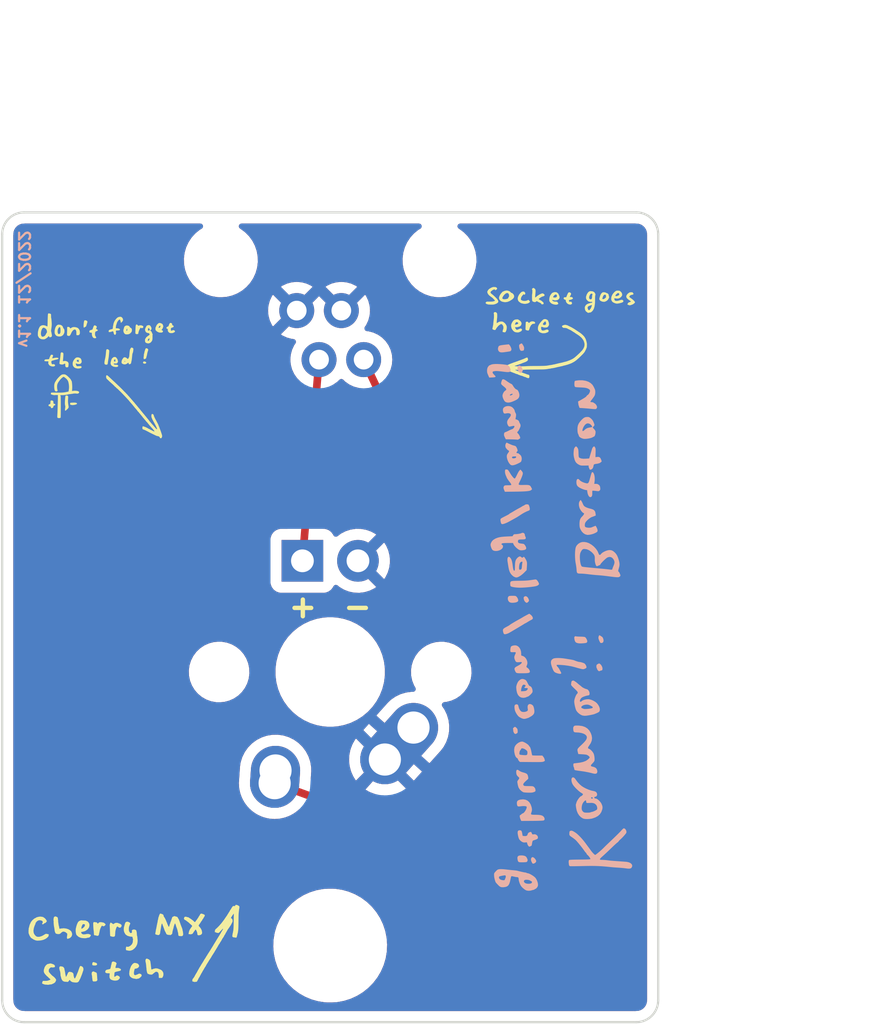
<source format=kicad_pcb>
(kicad_pcb (version 20211014) (generator pcbnew)
  (layers (0 "F.Cu" signal) (31 "B.Cu" signal) (34 "B.Paste" user) (35 "F.Paste" user) (36 "B.SilkS" user "B.Silkscreen") (37 "F.SilkS" user "F.Silkscreen") (38 "B.Mask" user) (39 "F.Mask" user) (44 "Edge.Cuts" user))
  (net 0 "")
  (net 1 "GND")
  (net 2 "Net-(J1-Pad4)")
  (net 3 "Net-(J1-Pad2)")
  (footprint "LOGO" (layer "F.Cu") (at 56 83.5)
    (fp_text reference "G***" hide)
    (fp_text value "LOGO" hide)
  )
  (footprint "LOGO" (layer "F.Cu") (at 54.75 57.5)
    (fp_text reference "G***" hide)
    (fp_text value "LOGO" hide)
  )
  (footprint "MountingHole:MountingHole_3.2mm_M3" (layer "F.Cu") (at 65 83.5)
    (fp_text reference "REF**" hide)
    (fp_text value "MountingHole_3.2mm_M3" hide)
    (pad "" np_thru_hole circle (at 0 0) (size 3.2 3.2) (drill 3.2) (layers *.Cu *.Mask))
  )
  (footprint "LOGO" (layer "F.Cu") (at 75.5 55.5)
    (fp_text reference "G***" hide)
    (fp_text value "LOGO" hide)
  )
  (footprint "mx_alps_hybrid:MX-1U" (layer "F.Cu") (at 65 71 180)
    (fp_text reference "SW2" hide)
    (fp_text value "SW_Push_LED" hide)
    (pad "" np_thru_hole circle locked (at -5.08 0 228.0996) (size 1.75 1.75) (drill 1.75) (layers *.Cu *.Mask))
    (pad "" np_thru_hole circle locked (at 5.08 0 228.0996) (size 1.75 1.75) (drill 1.75) (layers *.Cu *.Mask))
    (pad "" np_thru_hole circle locked (at 0 0 180) (size 3.9878 3.9878) (drill 3.9878) (layers *.Cu *.Mask))
    (pad "1" thru_hole oval locked (at -3.81 -2.54 228.0996) (size 4.211556 2.25) (drill 1.47 (offset 0.980778 0)) (layers *.Cu "B.Mask") (net 1 "GND"))
    (pad "1" thru_hole circle locked (at -2.5 -4 180) (size 2.25 2.25) (drill 1.47) (layers *.Cu "B.Mask") (net 1 "GND"))
    (pad "2" thru_hole circle locked (at 2.54 -5.08 180) (size 2.25 2.25) (drill 1.47) (layers *.Cu "B.Mask") (net 2 "Net-(J1-Pad4)"))
    (pad "2" thru_hole oval locked (at 2.5 -4.5 266.0548) (size 2.831378 2.25) (drill 1.47 (offset 0.290689 0)) (layers *.Cu "B.Mask") (net 2 "Net-(J1-Pad4)"))
    (pad "3" thru_hole circle locked (at -1.27 5.08 180) (size 1.905 1.905) (drill 1.04) (layers *.Cu "B.Mask") (net 1 "GND"))
    (pad "4" thru_hole rect locked (at 1.27 5.08 180) (size 1.905 1.905) (drill 1.04) (layers *.Cu "B.Mask") (net 3 "Net-(J1-Pad2)"))
  )
  (footprint "kamaji:RJ10" (layer "F.Cu") (at 65 46.1875 180)
    (fp_text reference "J1" hide)
    (fp_text value "RJ10" hide)
    (pad "" np_thru_hole circle (at -5 -6 180) (size 2.36 2.36) (drill 2.36) (layers *.Cu *.Mask))
    (pad "" np_thru_hole circle (at 5 -6 180) (size 2.36 2.36) (drill 2.36) (layers *.Cu *.Mask))
    (pad "1" thru_hole circle (at 1.53 -8.3 180) (size 1.6 1.6) (drill 0.9) (layers *.Cu *.Mask) (net 1 "GND"))
    (pad "2" thru_hole circle (at 0.51 -10.54 180) (size 1.6 1.6) (drill 0.9) (layers *.Cu *.Mask) (net 3 "Net-(J1-Pad2)"))
    (pad "3" thru_hole circle (at -0.51 -8.3 180) (size 1.6 1.6) (drill 0.9) (layers *.Cu *.Mask) (net 1 "GND"))
    (pad "4" thru_hole circle (at -1.53 -10.54 180) (size 1.6 1.6) (drill 0.9) (layers *.Cu *.Mask) (net 2 "Net-(J1-Pad4)"))
  )
  (footprint "LOGO" (layer "B.Cu") (at 75.5 68.5 90)
    (fp_text reference "G***" hide)
    (fp_text value "LOGO" hide)
  )
  (gr_line (start 51 50) (end 79 50) (layer "Edge.Cuts") (width 0.1))
  (gr_line (start 50 86) (end 50 51) (layer "Edge.Cuts") (width 0.1))
  (gr_line (start 80 51) (end 80 86) (layer "Edge.Cuts") (width 0.1))
  (gr_arc (start 80 86) (mid 79.707107 86.707107) (end 79 87) (layer "Edge.Cuts") (width 0.1))
  (gr_line (start 79 87) (end 51 87) (layer "Edge.Cuts") (width 0.1))
  (gr_arc (start 51 87) (mid 50.292893 86.707107) (end 50 86) (layer "Edge.Cuts") (width 0.1))
  (gr_arc (start 79 50) (mid 79.707107 50.292893) (end 80 51) (layer "Edge.Cuts") (width 0.1))
  (gr_arc (start 50 51) (mid 50.292893 50.292893) (end 51 50) (layer "Edge.Cuts") (width 0.1))
  (gr_text "v1.1 12/2022" (at 51 53.5 270) (layer "B.SilkS") (effects (font (size 0.5 0.5) (thickness 0.1)) (justify mirror)))
  (gr_text "-" (at 66.25 68) (layer "F.SilkS") (effects (font (size 1 1) (thickness 0.2))))
  (gr_text "+" (at 63.75 68) (layer "F.SilkS") (effects (font (size 1 1) (thickness 0.2))))
  (segment (start 72.036578 68.449191) (end 66.53 56.7275) (width 0.35) (layer "F.Cu") (net 2))
  (segment (start 65.665902 77.243578) (end 62.46 76.08) (width 0.35) (layer "F.Cu") (net 2))
  (segment (start 69.624999 76.749999) (end 69.594758 76.770161) (width 0.35) (layer "F.Cu") (net 2))
  (segment (start 72.348917 72.670273) (end 72.147529 73.341567) (width 0.35) (layer "F.Cu") (net 2))
  (arc (start 72.036578 68.449191) (mid 72.582601 70.530885) (end 72.348917 72.670273) (width 0.35) (layer "F.Cu") (net 2))
  (arc (start 72.147529 73.341567) (mid 71.183779 75.265969) (end 69.624999 76.749999) (width 0.35) (layer "F.Cu") (net 2))
  (arc (start 65.665902 77.243578) (mid 67.686764 77.47521) (end 69.594758 76.770161) (width 0.35) (layer "F.Cu") (net 2))
  (segment (start 64.49 56.7275) (end 63.73 65.92) (width 0.35) (layer "F.Cu") (net 3))
  (zone (net 1) (net_name "GND") (layers F&B.Cu) (connect_pads (clearance 0.508)) (min_thickness 0.254) (fill yes (thermal_gap 0.508) (thermal_bridge_width 0.508))
    (polygon (pts (xy 79.5 86.5) (xy 50.5 86.5) (xy 50.5 50.5) (xy 79.5 50.5)))
  )
)
</source>
